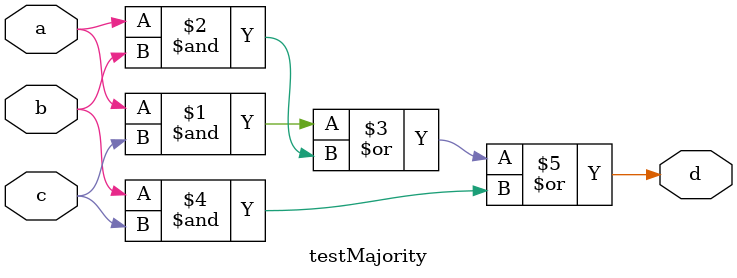
<source format=v>
module testMajority(a, b, c, d);
input a, b, c;
output d;

assign d=(a&c)|(a&b)|(b&c);


endmodule
</source>
